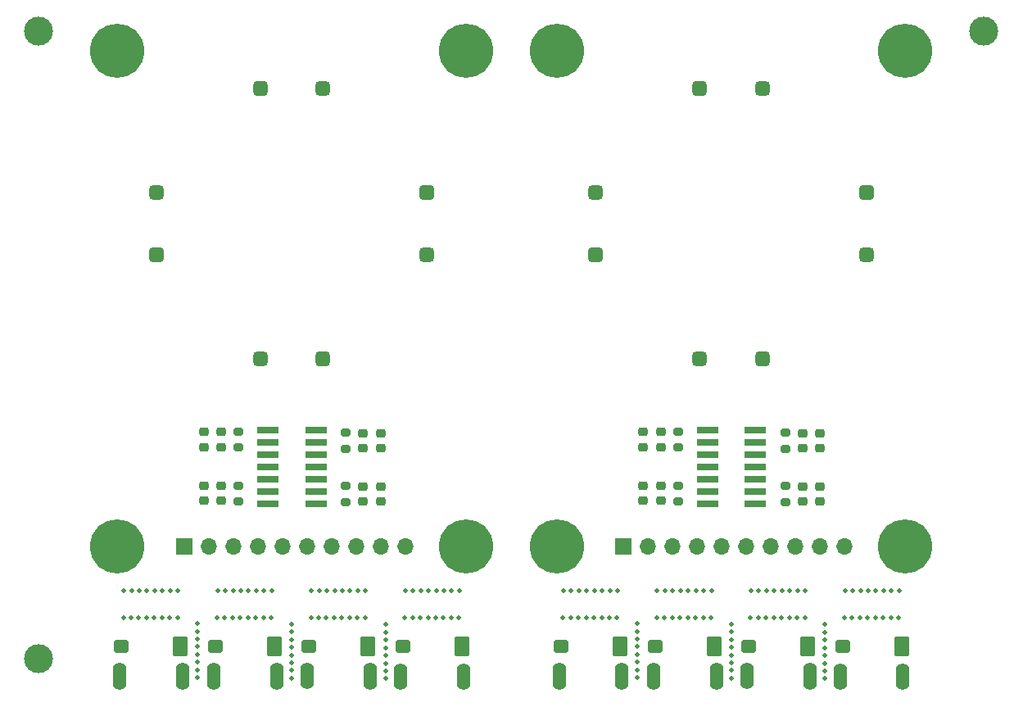
<source format=gbr>
%TF.GenerationSoftware,KiCad,Pcbnew,7.0.7*%
%TF.CreationDate,2023-10-25T17:49:02-07:00*%
%TF.ProjectId,sfh2430_breakout_panelized,73666832-3433-4305-9f62-7265616b6f75,rev?*%
%TF.SameCoordinates,Original*%
%TF.FileFunction,Soldermask,Top*%
%TF.FilePolarity,Negative*%
%FSLAX46Y46*%
G04 Gerber Fmt 4.6, Leading zero omitted, Abs format (unit mm)*
G04 Created by KiCad (PCBNEW 7.0.7) date 2023-10-25 17:49:02*
%MOMM*%
%LPD*%
G01*
G04 APERTURE LIST*
G04 Aperture macros list*
%AMRoundRect*
0 Rectangle with rounded corners*
0 $1 Rounding radius*
0 $2 $3 $4 $5 $6 $7 $8 $9 X,Y pos of 4 corners*
0 Add a 4 corners polygon primitive as box body*
4,1,4,$2,$3,$4,$5,$6,$7,$8,$9,$2,$3,0*
0 Add four circle primitives for the rounded corners*
1,1,$1+$1,$2,$3*
1,1,$1+$1,$4,$5*
1,1,$1+$1,$6,$7*
1,1,$1+$1,$8,$9*
0 Add four rect primitives between the rounded corners*
20,1,$1+$1,$2,$3,$4,$5,0*
20,1,$1+$1,$4,$5,$6,$7,0*
20,1,$1+$1,$6,$7,$8,$9,0*
20,1,$1+$1,$8,$9,$2,$3,0*%
G04 Aperture macros list end*
%ADD10C,5.600000*%
%ADD11C,0.500000*%
%ADD12RoundRect,0.225000X0.250000X-0.225000X0.250000X0.225000X-0.250000X0.225000X-0.250000X-0.225000X0*%
%ADD13RoundRect,0.200000X0.275000X-0.200000X0.275000X0.200000X-0.275000X0.200000X-0.275000X-0.200000X0*%
%ADD14RoundRect,0.375000X0.375000X0.375000X-0.375000X0.375000X-0.375000X-0.375000X0.375000X-0.375000X0*%
%ADD15RoundRect,0.375000X0.375000X0.387000X-0.375000X0.387000X-0.375000X-0.387000X0.375000X-0.387000X0*%
%ADD16RoundRect,0.375000X-0.375000X0.375000X-0.375000X-0.375000X0.375000X-0.375000X0.375000X0.375000X0*%
%ADD17RoundRect,0.375000X-0.387000X0.375000X-0.387000X-0.375000X0.387000X-0.375000X0.387000X0.375000X0*%
%ADD18RoundRect,0.187500X-0.562500X-0.862500X0.562500X-0.862500X0.562500X0.862500X-0.562500X0.862500X0*%
%ADD19RoundRect,0.162500X-0.587500X-0.487500X0.587500X-0.487500X0.587500X0.487500X-0.587500X0.487500X0*%
%ADD20RoundRect,0.175000X-0.525000X-0.825000X0.525000X-0.825000X0.525000X0.825000X-0.525000X0.825000X0*%
%ADD21RoundRect,0.150000X-0.550000X-0.450000X0.550000X-0.450000X0.550000X0.450000X-0.550000X0.450000X0*%
%ADD22C,1.400000*%
%ADD23R,1.400000X1.400000*%
%ADD24RoundRect,0.225000X-0.250000X0.225000X-0.250000X-0.225000X0.250000X-0.225000X0.250000X0.225000X0*%
%ADD25RoundRect,0.200000X-0.275000X0.200000X-0.275000X-0.200000X0.275000X-0.200000X0.275000X0.200000X0*%
%ADD26RoundRect,0.375000X-0.375000X-0.375000X0.375000X-0.375000X0.375000X0.375000X-0.375000X0.375000X0*%
%ADD27RoundRect,0.375000X-0.375000X-0.387000X0.375000X-0.387000X0.375000X0.387000X-0.375000X0.387000X0*%
%ADD28RoundRect,0.102000X-0.990600X-0.266700X0.990600X-0.266700X0.990600X0.266700X-0.990600X0.266700X0*%
%ADD29C,3.000000*%
%ADD30R,1.700000X1.700000*%
%ADD31O,1.700000X1.700000*%
%ADD32RoundRect,0.375000X0.375000X-0.375000X0.375000X0.375000X-0.375000X0.375000X-0.375000X-0.375000X0*%
%ADD33RoundRect,0.375000X0.387000X-0.375000X0.387000X0.375000X-0.387000X0.375000X-0.387000X-0.375000X0*%
G04 APERTURE END LIST*
D10*
%TO.C,H3*%
X136250000Y-50800000D03*
%TD*%
%TO.C,H3*%
X90800000Y-50800000D03*
%TD*%
D11*
%TO.C,REF\u002A\u002A*%
X132400000Y-106650000D03*
%TD*%
%TO.C,REF\u002A\u002A*%
X86950000Y-106650000D03*
%TD*%
%TO.C,REF\u002A\u002A*%
X113745634Y-109432927D03*
%TD*%
%TO.C,REF\u002A\u002A*%
X68295634Y-109432927D03*
%TD*%
%TO.C,REF\u002A\u002A*%
X127950000Y-115732927D03*
%TD*%
%TO.C,REF\u002A\u002A*%
X82500000Y-115732927D03*
%TD*%
%TO.C,REF\u002A\u002A*%
X108550000Y-111632927D03*
%TD*%
%TO.C,REF\u002A\u002A*%
X63100000Y-111632927D03*
%TD*%
%TO.C,REF\u002A\u002A*%
X65950000Y-106650000D03*
%TD*%
%TO.C,REF\u002A\u002A*%
X111400000Y-106650000D03*
%TD*%
D12*
%TO.C,C1*%
X109150000Y-91795000D03*
X109150000Y-90245000D03*
%TD*%
%TO.C,C1*%
X63700000Y-91795000D03*
X63700000Y-90245000D03*
%TD*%
D13*
%TO.C,R3*%
X123850000Y-91950000D03*
X123850000Y-90300000D03*
%TD*%
%TO.C,R3*%
X78400000Y-91950000D03*
X78400000Y-90300000D03*
%TD*%
D14*
%TO.C,J3*%
X76050000Y-54700000D03*
D15*
X69550000Y-54700000D03*
%TD*%
D14*
%TO.C,J3*%
X121500000Y-54700000D03*
D15*
X115000000Y-54700000D03*
%TD*%
D11*
%TO.C,REF\u002A\u002A*%
X72800000Y-111682927D03*
%TD*%
%TO.C,REF\u002A\u002A*%
X118250000Y-111682927D03*
%TD*%
%TO.C,REF\u002A\u002A*%
X82500000Y-111732927D03*
%TD*%
%TO.C,REF\u002A\u002A*%
X127950000Y-111732927D03*
%TD*%
%TO.C,REF\u002A\u002A*%
X135550000Y-109450000D03*
%TD*%
%TO.C,REF\u002A\u002A*%
X90100000Y-109450000D03*
%TD*%
%TO.C,REF\u002A\u002A*%
X118250000Y-113282927D03*
%TD*%
%TO.C,REF\u002A\u002A*%
X72800000Y-113282927D03*
%TD*%
D12*
%TO.C,C2*%
X110950000Y-91800000D03*
X110950000Y-90250000D03*
%TD*%
%TO.C,C2*%
X65500000Y-91800000D03*
X65500000Y-90250000D03*
%TD*%
D11*
%TO.C,REF\u002A\u002A*%
X118250000Y-115682927D03*
%TD*%
%TO.C,REF\u002A\u002A*%
X72800000Y-115682927D03*
%TD*%
%TO.C,REF\u002A\u002A*%
X112145634Y-109432927D03*
%TD*%
%TO.C,REF\u002A\u002A*%
X66695634Y-109432927D03*
%TD*%
D16*
%TO.C,J2*%
X104250000Y-65450000D03*
D17*
X104250000Y-71950000D03*
%TD*%
D16*
%TO.C,J2*%
X58800000Y-65450000D03*
D17*
X58800000Y-71950000D03*
%TD*%
D18*
%TO.C,D3*%
X116450000Y-112350000D03*
D19*
X110350000Y-112350000D03*
D20*
X116450000Y-112350000D03*
D21*
X110350000Y-112350000D03*
%TD*%
D18*
%TO.C,D3*%
X71000000Y-112350000D03*
D19*
X64900000Y-112350000D03*
D20*
X71000000Y-112350000D03*
D21*
X64900000Y-112350000D03*
%TD*%
D22*
%TO.C,J6*%
X135995635Y-116217073D03*
D23*
X135995635Y-115517073D03*
D22*
X135995635Y-114817073D03*
%TD*%
%TO.C,J6*%
X90545635Y-116217073D03*
D23*
X90545635Y-115517073D03*
D22*
X90545635Y-114817073D03*
%TD*%
D11*
%TO.C,REF\u002A\u002A*%
X127950000Y-114932927D03*
%TD*%
%TO.C,REF\u002A\u002A*%
X82500000Y-114932927D03*
%TD*%
%TO.C,REF\u002A\u002A*%
X121100000Y-106650000D03*
%TD*%
%TO.C,REF\u002A\u002A*%
X75650000Y-106650000D03*
%TD*%
%TO.C,REF\u002A\u002A*%
X105700000Y-106650000D03*
%TD*%
%TO.C,REF\u002A\u002A*%
X60250000Y-106650000D03*
%TD*%
%TO.C,REF\u002A\u002A*%
X104050000Y-109432927D03*
%TD*%
%TO.C,REF\u002A\u002A*%
X58600000Y-109432927D03*
%TD*%
D24*
%TO.C,C7*%
X127450000Y-95850000D03*
X127450000Y-97400000D03*
%TD*%
%TO.C,C7*%
X82000000Y-95850000D03*
X82000000Y-97400000D03*
%TD*%
D11*
%TO.C,REF\u002A\u002A*%
X122700000Y-106650000D03*
%TD*%
%TO.C,REF\u002A\u002A*%
X77250000Y-106650000D03*
%TD*%
D24*
%TO.C,C4*%
X110950000Y-95800000D03*
X110950000Y-97350000D03*
%TD*%
%TO.C,C4*%
X65500000Y-95800000D03*
X65500000Y-97350000D03*
%TD*%
D11*
%TO.C,REF\u002A\u002A*%
X108550000Y-110032927D03*
%TD*%
%TO.C,REF\u002A\u002A*%
X63100000Y-110032927D03*
%TD*%
D25*
%TO.C,R2*%
X112750000Y-95770000D03*
X112750000Y-97420000D03*
%TD*%
%TO.C,R2*%
X67300000Y-95770000D03*
X67300000Y-97420000D03*
%TD*%
D11*
%TO.C,REF\u002A\u002A*%
X106500000Y-106650000D03*
%TD*%
%TO.C,REF\u002A\u002A*%
X61050000Y-106650000D03*
%TD*%
%TO.C,REF\u002A\u002A*%
X122645634Y-109432927D03*
%TD*%
%TO.C,REF\u002A\u002A*%
X77195634Y-109432927D03*
%TD*%
%TO.C,REF\u002A\u002A*%
X125100000Y-106650000D03*
%TD*%
%TO.C,REF\u002A\u002A*%
X79650000Y-106650000D03*
%TD*%
%TO.C,REF\u002A\u002A*%
X102450000Y-109432927D03*
%TD*%
%TO.C,REF\u002A\u002A*%
X57000000Y-109432927D03*
%TD*%
D26*
%TO.C,J1*%
X115000000Y-82700000D03*
D27*
X121500000Y-82700000D03*
%TD*%
D26*
%TO.C,J1*%
X69550000Y-82700000D03*
D27*
X76050000Y-82700000D03*
%TD*%
D11*
%TO.C,REF\u002A\u002A*%
X130000000Y-106650000D03*
%TD*%
%TO.C,REF\u002A\u002A*%
X84550000Y-106650000D03*
%TD*%
%TO.C,REF\u002A\u002A*%
X108550000Y-114832927D03*
%TD*%
%TO.C,REF\u002A\u002A*%
X63100000Y-114832927D03*
%TD*%
%TO.C,REF\u002A\u002A*%
X133200000Y-106650000D03*
%TD*%
%TO.C,REF\u002A\u002A*%
X87750000Y-106650000D03*
%TD*%
%TO.C,REF\u002A\u002A*%
X134800000Y-106650000D03*
%TD*%
%TO.C,REF\u002A\u002A*%
X89350000Y-106650000D03*
%TD*%
%TO.C,REF\u002A\u002A*%
X124300000Y-106650000D03*
%TD*%
%TO.C,REF\u002A\u002A*%
X78850000Y-106650000D03*
%TD*%
%TO.C,REF\u002A\u002A*%
X112945634Y-109432927D03*
%TD*%
%TO.C,REF\u002A\u002A*%
X67495634Y-109432927D03*
%TD*%
%TO.C,REF\u002A\u002A*%
X118250000Y-110882927D03*
%TD*%
%TO.C,REF\u002A\u002A*%
X72800000Y-110882927D03*
%TD*%
D13*
%TO.C,R1*%
X112750000Y-91850000D03*
X112750000Y-90200000D03*
%TD*%
%TO.C,R1*%
X67300000Y-91850000D03*
X67300000Y-90200000D03*
%TD*%
D11*
%TO.C,REF\u002A\u002A*%
X104100000Y-106650000D03*
%TD*%
%TO.C,REF\u002A\u002A*%
X58650000Y-106650000D03*
%TD*%
%TO.C,REF\u002A\u002A*%
X127950000Y-110932927D03*
%TD*%
%TO.C,REF\u002A\u002A*%
X82500000Y-110932927D03*
%TD*%
%TO.C,REF\u002A\u002A*%
X121845634Y-109432927D03*
%TD*%
%TO.C,REF\u002A\u002A*%
X76395634Y-109432927D03*
%TD*%
%TO.C,REF\u002A\u002A*%
X125045634Y-109432927D03*
%TD*%
%TO.C,REF\u002A\u002A*%
X79595634Y-109432927D03*
%TD*%
%TO.C,REF\u002A\u002A*%
X135600000Y-106650000D03*
%TD*%
%TO.C,REF\u002A\u002A*%
X90150000Y-106650000D03*
%TD*%
%TO.C,REF\u002A\u002A*%
X112200000Y-106650000D03*
%TD*%
%TO.C,REF\u002A\u002A*%
X66750000Y-106650000D03*
%TD*%
D10*
%TO.C,H2*%
X100250000Y-102100000D03*
%TD*%
%TO.C,H2*%
X54800000Y-102100000D03*
%TD*%
D11*
%TO.C,REF\u002A\u002A*%
X129950000Y-109450000D03*
%TD*%
%TO.C,REF\u002A\u002A*%
X84500000Y-109450000D03*
%TD*%
%TO.C,REF\u002A\u002A*%
X132350000Y-109450000D03*
%TD*%
%TO.C,REF\u002A\u002A*%
X86900000Y-109450000D03*
%TD*%
%TO.C,REF\u002A\u002A*%
X127950000Y-113332927D03*
%TD*%
%TO.C,REF\u002A\u002A*%
X82500000Y-113332927D03*
%TD*%
%TO.C,REF\u002A\u002A*%
X105650000Y-109432927D03*
%TD*%
%TO.C,REF\u002A\u002A*%
X60200000Y-109432927D03*
%TD*%
%TO.C,REF\u002A\u002A*%
X108550000Y-114032927D03*
%TD*%
%TO.C,REF\u002A\u002A*%
X63100000Y-114032927D03*
%TD*%
%TO.C,REF\u002A\u002A*%
X103250000Y-109432927D03*
%TD*%
%TO.C,REF\u002A\u002A*%
X57800000Y-109432927D03*
%TD*%
%TO.C,REF\u002A\u002A*%
X127950000Y-110132927D03*
%TD*%
%TO.C,REF\u002A\u002A*%
X82500000Y-110132927D03*
%TD*%
%TO.C,REF\u002A\u002A*%
X130750000Y-109450000D03*
%TD*%
%TO.C,REF\u002A\u002A*%
X85300000Y-109450000D03*
%TD*%
%TO.C,REF\u002A\u002A*%
X118250000Y-114882927D03*
%TD*%
%TO.C,REF\u002A\u002A*%
X72800000Y-114882927D03*
%TD*%
D22*
%TO.C,J10*%
X116700000Y-114800000D03*
D23*
X116700000Y-115500000D03*
D22*
X116700000Y-116200000D03*
%TD*%
%TO.C,J10*%
X71250000Y-114800000D03*
D23*
X71250000Y-115500000D03*
D22*
X71250000Y-116200000D03*
%TD*%
D11*
%TO.C,REF\u002A\u002A*%
X115345634Y-109432927D03*
%TD*%
%TO.C,REF\u002A\u002A*%
X69895634Y-109432927D03*
%TD*%
%TO.C,REF\u002A\u002A*%
X120245634Y-109432927D03*
%TD*%
%TO.C,REF\u002A\u002A*%
X74795634Y-109432927D03*
%TD*%
D22*
%TO.C,J11*%
X110200000Y-114800000D03*
D23*
X110200000Y-115500000D03*
D22*
X110200000Y-116200000D03*
%TD*%
%TO.C,J11*%
X64750000Y-114800000D03*
D23*
X64750000Y-115500000D03*
D22*
X64750000Y-116200000D03*
%TD*%
%TO.C,J7*%
X129495635Y-116217073D03*
D23*
X129495635Y-115517073D03*
D22*
X129495635Y-114817073D03*
%TD*%
%TO.C,J7*%
X84045635Y-116217073D03*
D23*
X84045635Y-115517073D03*
D22*
X84045635Y-114817073D03*
%TD*%
D11*
%TO.C,REF\u002A\u002A*%
X114600000Y-106650000D03*
%TD*%
%TO.C,REF\u002A\u002A*%
X69150000Y-106650000D03*
%TD*%
D18*
%TO.C,D1*%
X135841269Y-112350000D03*
D19*
X129741269Y-112350000D03*
D20*
X135841269Y-112350000D03*
D21*
X129741269Y-112350000D03*
%TD*%
D18*
%TO.C,D1*%
X90391269Y-112350000D03*
D19*
X84291269Y-112350000D03*
D20*
X90391269Y-112350000D03*
D21*
X84291269Y-112350000D03*
%TD*%
D11*
%TO.C,REF\u002A\u002A*%
X102500000Y-106650000D03*
%TD*%
%TO.C,REF\u002A\u002A*%
X57050000Y-106650000D03*
%TD*%
%TO.C,REF\u002A\u002A*%
X108550000Y-113232927D03*
%TD*%
%TO.C,REF\u002A\u002A*%
X63100000Y-113232927D03*
%TD*%
D22*
%TO.C,J8*%
X106950000Y-116200000D03*
D23*
X106950000Y-115500000D03*
D22*
X106950000Y-114800000D03*
%TD*%
%TO.C,J8*%
X61500000Y-116200000D03*
D23*
X61500000Y-115500000D03*
D22*
X61500000Y-114800000D03*
%TD*%
D11*
%TO.C,REF\u002A\u002A*%
X103300000Y-106650000D03*
%TD*%
%TO.C,REF\u002A\u002A*%
X57850000Y-106650000D03*
%TD*%
%TO.C,REF\u002A\u002A*%
X118250000Y-110082927D03*
%TD*%
%TO.C,REF\u002A\u002A*%
X72800000Y-110082927D03*
%TD*%
%TO.C,REF\u002A\u002A*%
X101700000Y-106650000D03*
%TD*%
%TO.C,REF\u002A\u002A*%
X56250000Y-106650000D03*
%TD*%
%TO.C,REF\u002A\u002A*%
X100900000Y-106650000D03*
%TD*%
%TO.C,REF\u002A\u002A*%
X55450000Y-106650000D03*
%TD*%
%TO.C,REF\u002A\u002A*%
X120300000Y-106650000D03*
%TD*%
%TO.C,REF\u002A\u002A*%
X74850000Y-106650000D03*
%TD*%
D28*
%TO.C,U1*%
X115822400Y-90010000D03*
X115822400Y-91280000D03*
X115822400Y-92550000D03*
X115822400Y-93820000D03*
X115822400Y-95090000D03*
X115822400Y-96360000D03*
X115822400Y-97630000D03*
X120750000Y-97630000D03*
X120750000Y-96360000D03*
X120750000Y-95090000D03*
X120750000Y-93820000D03*
X120750000Y-92550000D03*
X120750000Y-91280000D03*
X120750000Y-90010000D03*
%TD*%
%TO.C,U1*%
X70372400Y-90010000D03*
X70372400Y-91280000D03*
X70372400Y-92550000D03*
X70372400Y-93820000D03*
X70372400Y-95090000D03*
X70372400Y-96360000D03*
X70372400Y-97630000D03*
X75300000Y-97630000D03*
X75300000Y-96360000D03*
X75300000Y-95090000D03*
X75300000Y-93820000D03*
X75300000Y-92550000D03*
X75300000Y-91280000D03*
X75300000Y-90010000D03*
%TD*%
D11*
%TO.C,REF\u002A\u002A*%
X110600000Y-106650000D03*
%TD*%
%TO.C,REF\u002A\u002A*%
X65150000Y-106650000D03*
%TD*%
%TO.C,REF\u002A\u002A*%
X114545634Y-109432927D03*
%TD*%
%TO.C,REF\u002A\u002A*%
X69095634Y-109432927D03*
%TD*%
D22*
%TO.C,J12*%
X126350000Y-114800000D03*
D23*
X126350000Y-115500000D03*
D22*
X126350000Y-116200000D03*
%TD*%
%TO.C,J12*%
X80900000Y-114800000D03*
D23*
X80900000Y-115500000D03*
D22*
X80900000Y-116200000D03*
%TD*%
D24*
%TO.C,C3*%
X109150000Y-95800000D03*
X109150000Y-97350000D03*
%TD*%
%TO.C,C3*%
X63700000Y-95800000D03*
X63700000Y-97350000D03*
%TD*%
D29*
%TO.C,*%
X46675000Y-113675000D03*
%TD*%
D11*
%TO.C,REF\u002A\u002A*%
X113800000Y-106650000D03*
%TD*%
%TO.C,REF\u002A\u002A*%
X68350000Y-106650000D03*
%TD*%
D25*
%TO.C,R4*%
X123850000Y-95800000D03*
X123850000Y-97450000D03*
%TD*%
%TO.C,R4*%
X78400000Y-95800000D03*
X78400000Y-97450000D03*
%TD*%
D11*
%TO.C,REF\u002A\u002A*%
X134000000Y-106650000D03*
%TD*%
%TO.C,REF\u002A\u002A*%
X88550000Y-106650000D03*
%TD*%
D18*
%TO.C,D2*%
X106750000Y-112350000D03*
D19*
X100650000Y-112350000D03*
D20*
X106750000Y-112350000D03*
D21*
X100650000Y-112350000D03*
%TD*%
D18*
%TO.C,D2*%
X61300000Y-112350000D03*
D19*
X55200000Y-112350000D03*
D20*
X61300000Y-112350000D03*
D21*
X55200000Y-112350000D03*
%TD*%
D22*
%TO.C,J13*%
X119850000Y-114750000D03*
D23*
X119850000Y-115450000D03*
D22*
X119850000Y-116150000D03*
%TD*%
%TO.C,J13*%
X74400000Y-114750000D03*
D23*
X74400000Y-115450000D03*
D22*
X74400000Y-116150000D03*
%TD*%
D11*
%TO.C,REF\u002A\u002A*%
X131600000Y-106650000D03*
%TD*%
%TO.C,REF\u002A\u002A*%
X86150000Y-106650000D03*
%TD*%
%TO.C,REF\u002A\u002A*%
X133150000Y-109450000D03*
%TD*%
%TO.C,REF\u002A\u002A*%
X87700000Y-109450000D03*
%TD*%
%TO.C,REF\u002A\u002A*%
X100850000Y-109432927D03*
%TD*%
%TO.C,REF\u002A\u002A*%
X55400000Y-109432927D03*
%TD*%
%TO.C,REF\u002A\u002A*%
X118250000Y-114082927D03*
%TD*%
%TO.C,REF\u002A\u002A*%
X72800000Y-114082927D03*
%TD*%
D12*
%TO.C,C6*%
X125650000Y-91900000D03*
X125650000Y-90350000D03*
%TD*%
%TO.C,C6*%
X80200000Y-91900000D03*
X80200000Y-90350000D03*
%TD*%
D11*
%TO.C,REF\u002A\u002A*%
X127950000Y-114132927D03*
%TD*%
%TO.C,REF\u002A\u002A*%
X82500000Y-114132927D03*
%TD*%
D30*
%TO.C,J5*%
X107125000Y-102100000D03*
D31*
X109665000Y-102100000D03*
X112205000Y-102100000D03*
X114745000Y-102100000D03*
X117285000Y-102100000D03*
X119825000Y-102100000D03*
X122365000Y-102100000D03*
X124905000Y-102100000D03*
X127445000Y-102100000D03*
X129985000Y-102100000D03*
%TD*%
D30*
%TO.C,J5*%
X61675000Y-102100000D03*
D31*
X64215000Y-102100000D03*
X66755000Y-102100000D03*
X69295000Y-102100000D03*
X71835000Y-102100000D03*
X74375000Y-102100000D03*
X76915000Y-102100000D03*
X79455000Y-102100000D03*
X81995000Y-102100000D03*
X84535000Y-102100000D03*
%TD*%
D11*
%TO.C,REF\u002A\u002A*%
X123500000Y-106650000D03*
%TD*%
%TO.C,REF\u002A\u002A*%
X78050000Y-106650000D03*
%TD*%
%TO.C,REF\u002A\u002A*%
X108550000Y-110832927D03*
%TD*%
%TO.C,REF\u002A\u002A*%
X63100000Y-110832927D03*
%TD*%
%TO.C,REF\u002A\u002A*%
X104900000Y-106650000D03*
%TD*%
%TO.C,REF\u002A\u002A*%
X59450000Y-106650000D03*
%TD*%
%TO.C,REF\u002A\u002A*%
X110545634Y-109432927D03*
%TD*%
%TO.C,REF\u002A\u002A*%
X65095634Y-109432927D03*
%TD*%
%TO.C,REF\u002A\u002A*%
X104850000Y-109432927D03*
%TD*%
%TO.C,REF\u002A\u002A*%
X59400000Y-109432927D03*
%TD*%
%TO.C,REF\u002A\u002A*%
X133950000Y-109450000D03*
%TD*%
%TO.C,REF\u002A\u002A*%
X88500000Y-109450000D03*
%TD*%
%TO.C,REF\u002A\u002A*%
X115400000Y-106650000D03*
%TD*%
%TO.C,REF\u002A\u002A*%
X69950000Y-106650000D03*
%TD*%
D10*
%TO.C,H1*%
X100250000Y-50800000D03*
%TD*%
%TO.C,H1*%
X54800000Y-50800000D03*
%TD*%
D24*
%TO.C,C8*%
X125650000Y-95850000D03*
X125650000Y-97400000D03*
%TD*%
%TO.C,C8*%
X80200000Y-95850000D03*
X80200000Y-97400000D03*
%TD*%
D11*
%TO.C,REF\u002A\u002A*%
X106450000Y-109432927D03*
%TD*%
%TO.C,REF\u002A\u002A*%
X61000000Y-109432927D03*
%TD*%
%TO.C,REF\u002A\u002A*%
X125845634Y-109432927D03*
%TD*%
%TO.C,REF\u002A\u002A*%
X80395634Y-109432927D03*
%TD*%
%TO.C,REF\u002A\u002A*%
X108550000Y-112432927D03*
%TD*%
%TO.C,REF\u002A\u002A*%
X63100000Y-112432927D03*
%TD*%
D32*
%TO.C,J4*%
X132250000Y-71950000D03*
D33*
X132250000Y-65450000D03*
%TD*%
D32*
%TO.C,J4*%
X86800000Y-71950000D03*
D33*
X86800000Y-65450000D03*
%TD*%
D29*
%TO.C,*%
X144375000Y-48825000D03*
%TD*%
D10*
%TO.C,H4*%
X136250000Y-102100000D03*
%TD*%
%TO.C,H4*%
X90800000Y-102100000D03*
%TD*%
D11*
%TO.C,REF\u002A\u002A*%
X121900000Y-106650000D03*
%TD*%
%TO.C,REF\u002A\u002A*%
X76450000Y-106650000D03*
%TD*%
D22*
%TO.C,J9*%
X100450000Y-116200000D03*
D23*
X100450000Y-115500000D03*
D22*
X100450000Y-114800000D03*
%TD*%
%TO.C,J9*%
X55000000Y-116200000D03*
D23*
X55000000Y-115500000D03*
D22*
X55000000Y-114800000D03*
%TD*%
D11*
%TO.C,REF\u002A\u002A*%
X108550000Y-115632927D03*
%TD*%
%TO.C,REF\u002A\u002A*%
X63100000Y-115632927D03*
%TD*%
%TO.C,REF\u002A\u002A*%
X125900000Y-106650000D03*
%TD*%
%TO.C,REF\u002A\u002A*%
X80450000Y-106650000D03*
%TD*%
%TO.C,REF\u002A\u002A*%
X101650000Y-109432927D03*
%TD*%
%TO.C,REF\u002A\u002A*%
X56200000Y-109432927D03*
%TD*%
%TO.C,REF\u002A\u002A*%
X116200000Y-106650000D03*
%TD*%
%TO.C,REF\u002A\u002A*%
X70750000Y-106650000D03*
%TD*%
%TO.C,REF\u002A\u002A*%
X116145634Y-109432927D03*
%TD*%
%TO.C,REF\u002A\u002A*%
X70695634Y-109432927D03*
%TD*%
D18*
%TO.C,D4*%
X126150000Y-112350000D03*
D19*
X120050000Y-112350000D03*
D20*
X126150000Y-112350000D03*
D21*
X120050000Y-112350000D03*
%TD*%
D18*
%TO.C,D4*%
X80700000Y-112350000D03*
D19*
X74600000Y-112350000D03*
D20*
X80700000Y-112350000D03*
D21*
X74600000Y-112350000D03*
%TD*%
D11*
%TO.C,REF\u002A\u002A*%
X123445634Y-109432927D03*
%TD*%
%TO.C,REF\u002A\u002A*%
X77995634Y-109432927D03*
%TD*%
%TO.C,REF\u002A\u002A*%
X111345634Y-109432927D03*
%TD*%
%TO.C,REF\u002A\u002A*%
X65895634Y-109432927D03*
%TD*%
D12*
%TO.C,C5*%
X127450000Y-91900000D03*
X127450000Y-90350000D03*
%TD*%
%TO.C,C5*%
X82000000Y-91900000D03*
X82000000Y-90350000D03*
%TD*%
D11*
%TO.C,REF\u002A\u002A*%
X131550000Y-109450000D03*
%TD*%
%TO.C,REF\u002A\u002A*%
X86100000Y-109450000D03*
%TD*%
%TO.C,REF\u002A\u002A*%
X118250000Y-112482927D03*
%TD*%
%TO.C,REF\u002A\u002A*%
X72800000Y-112482927D03*
%TD*%
%TO.C,REF\u002A\u002A*%
X134750000Y-109450000D03*
%TD*%
%TO.C,REF\u002A\u002A*%
X89300000Y-109450000D03*
%TD*%
%TO.C,REF\u002A\u002A*%
X113000000Y-106650000D03*
%TD*%
%TO.C,REF\u002A\u002A*%
X67550000Y-106650000D03*
%TD*%
%TO.C,REF\u002A\u002A*%
X124245634Y-109432927D03*
%TD*%
%TO.C,REF\u002A\u002A*%
X78795634Y-109432927D03*
%TD*%
%TO.C,REF\u002A\u002A*%
X130800000Y-106650000D03*
%TD*%
%TO.C,REF\u002A\u002A*%
X85350000Y-106650000D03*
%TD*%
%TO.C,REF\u002A\u002A*%
X121045634Y-109432927D03*
%TD*%
%TO.C,REF\u002A\u002A*%
X75595634Y-109432927D03*
%TD*%
%TO.C,REF\u002A\u002A*%
X127950000Y-112532927D03*
%TD*%
%TO.C,REF\u002A\u002A*%
X82500000Y-112532927D03*
%TD*%
D29*
%TO.C,*%
X46675000Y-48825000D03*
%TD*%
M02*

</source>
